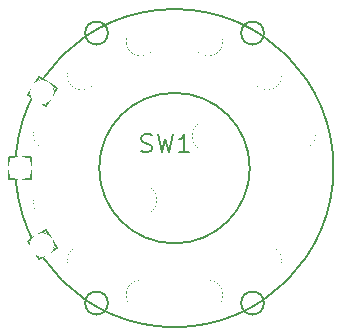
<source format=gto>
G04 #@! TF.FileFunction,Legend,Top*
%FSLAX46Y46*%
G04 Gerber Fmt 4.6, Leading zero omitted, Abs format (unit mm)*
G04 Created by KiCad (PCBNEW (2014-12-07 BZR 5316)-product) date 05/04/2015 11:00:25*
%MOMM*%
G01*
G04 APERTURE LIST*
%ADD10C,0.100000*%
%ADD11C,0.150000*%
%ADD12C,0.200000*%
%ADD13C,2.000000*%
%ADD14C,2.500000*%
G04 APERTURE END LIST*
D10*
D11*
X162854577Y-87427577D02*
X164413423Y-86527577D01*
X164413423Y-86527577D02*
X165313423Y-88086423D01*
X165313423Y-88086423D02*
X163754577Y-88986423D01*
X163754577Y-88986423D02*
X162854577Y-87427577D01*
X161279000Y-80380000D02*
X163079000Y-80380000D01*
X163079000Y-80380000D02*
X163079000Y-82180000D01*
X163079000Y-82180000D02*
X161279000Y-82180000D01*
X161279000Y-82180000D02*
X161279000Y-80380000D01*
X163754577Y-73573577D02*
X165313423Y-74473577D01*
X165313423Y-74473577D02*
X164413423Y-76032423D01*
X164413423Y-76032423D02*
X162854577Y-75132423D01*
X162854577Y-75132423D02*
X163754577Y-73573577D01*
X182831203Y-69850000D02*
G75*
G03X182831203Y-69850000I-967203J0D01*
G01*
X169623203Y-69850000D02*
G75*
G03X169623203Y-69850000I-967203J0D01*
G01*
X169623203Y-92710000D02*
G75*
G03X169623203Y-92710000I-967203J0D01*
G01*
X182831203Y-92710000D02*
G75*
G03X182831203Y-92710000I-967203J0D01*
G01*
X181634080Y-81280000D02*
G75*
G03X181634080Y-81280000I-6374080J0D01*
G01*
X188723818Y-81280000D02*
G75*
G03X188723818Y-81280000I-13463818J0D01*
G01*
D10*
X165034000Y-87757000D02*
G75*
G03X165034000Y-87757000I-950000J0D01*
G01*
X163129000Y-81280000D02*
G75*
G03X163129000Y-81280000I-950000J0D01*
G01*
X165034000Y-74803000D02*
G75*
G03X165034000Y-74803000I-950000J0D01*
G01*
X179332891Y-92001776D02*
G75*
G03X179332891Y-92001776I-1200000J0D01*
G01*
X173587109Y-92001776D02*
G75*
G03X173587109Y-92001776I-1200000J0D01*
G01*
X168611115Y-89128885D02*
G75*
G03X168611115Y-89128885I-1200000J0D01*
G01*
X165738224Y-84152891D02*
G75*
G03X165738224Y-84152891I-1200000J0D01*
G01*
X165738224Y-78407109D02*
G75*
G03X165738224Y-78407109I-1200000J0D01*
G01*
X168611115Y-73431115D02*
G75*
G03X168611115Y-73431115I-1200000J0D01*
G01*
X173587109Y-70558224D02*
G75*
G03X173587109Y-70558224I-1200000J0D01*
G01*
X179332891Y-70558224D02*
G75*
G03X179332891Y-70558224I-1200000J0D01*
G01*
X184308885Y-73431115D02*
G75*
G03X184308885Y-73431115I-1200000J0D01*
G01*
X187181776Y-78407109D02*
G75*
G03X187181776Y-78407109I-1200000J0D01*
G01*
X187181776Y-84152891D02*
G75*
G03X187181776Y-84152891I-1200000J0D01*
G01*
X184308885Y-89128885D02*
G75*
G03X184308885Y-89128885I-1200000J0D01*
G01*
X173750000Y-83980000D02*
G75*
G03X173750000Y-83980000I-1200000J0D01*
G01*
X179172720Y-78567280D02*
G75*
G03X179172720Y-78567280I-1200000J0D01*
G01*
D12*
X172466000Y-79864857D02*
X172683714Y-79937429D01*
X173046571Y-79937429D01*
X173191714Y-79864857D01*
X173264285Y-79792286D01*
X173336857Y-79647143D01*
X173336857Y-79502000D01*
X173264285Y-79356857D01*
X173191714Y-79284286D01*
X173046571Y-79211714D01*
X172756285Y-79139143D01*
X172611143Y-79066571D01*
X172538571Y-78994000D01*
X172466000Y-78848857D01*
X172466000Y-78703714D01*
X172538571Y-78558571D01*
X172611143Y-78486000D01*
X172756285Y-78413429D01*
X173119143Y-78413429D01*
X173336857Y-78486000D01*
X173844857Y-78413429D02*
X174207714Y-79937429D01*
X174498000Y-78848857D01*
X174788286Y-79937429D01*
X175151143Y-78413429D01*
X176530000Y-79937429D02*
X175659143Y-79937429D01*
X176094571Y-79937429D02*
X176094571Y-78413429D01*
X175949428Y-78631143D01*
X175804286Y-78776286D01*
X175659143Y-78848857D01*
%LPC*%
D13*
X164084000Y-87757000D03*
X162179000Y-81280000D03*
X164084000Y-74803000D03*
D14*
X178132891Y-92001776D03*
X172387109Y-92001776D03*
X167411115Y-89128885D03*
X164538224Y-84152891D03*
X164538224Y-78407109D03*
X167411115Y-73431115D03*
X172387109Y-70558224D03*
X178132891Y-70558224D03*
X183108885Y-73431115D03*
X185981776Y-78407109D03*
X185981776Y-84152891D03*
X183108885Y-89128885D03*
X172550000Y-83980000D03*
X177972720Y-78567280D03*
M02*

</source>
